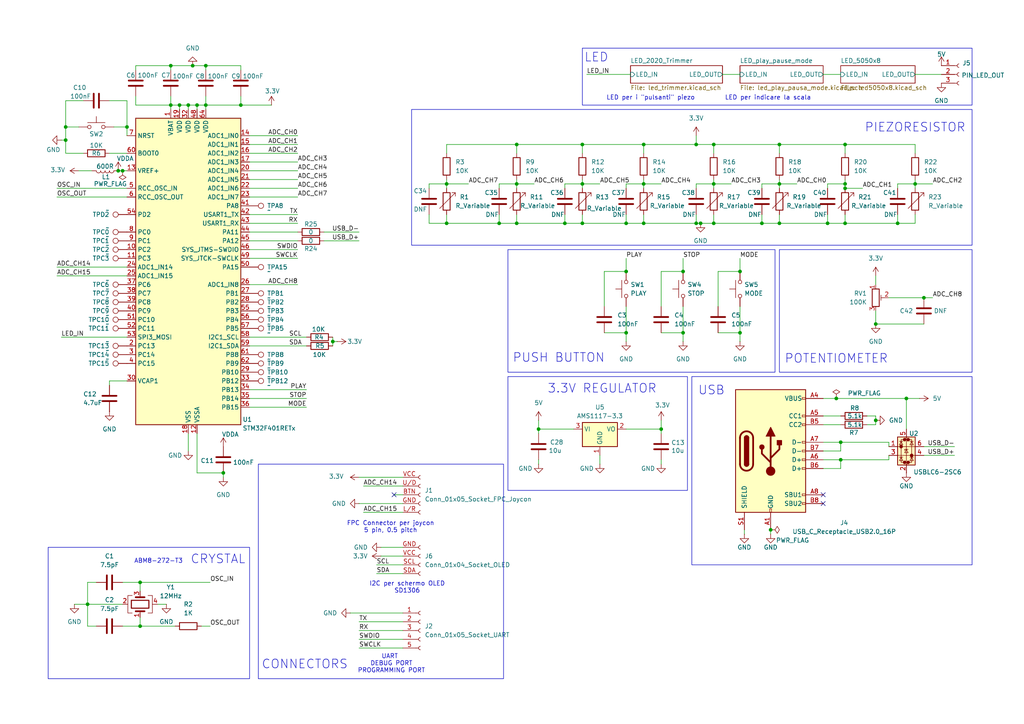
<source format=kicad_sch>
(kicad_sch (version 20250114) (generator "eeschema") (generator_version "9.0")
  (paper "A4")
  (title_block (title "GigaSound-MIDI") (date "2025-05-07") (company "Poliba"))
  (rectangle (start 13.97 158.75) (end 72.39 196.85))
  (rectangle (start 226.06 72.39) (end 281.94 107.95))
  (rectangle (start 168.91 13.97) (end 281.94 30.48))
  (rectangle (start 200.66 109.22) (end 281.94 163.83))
  (rectangle (start 147.32 72.39) (end 224.79 107.95))
  (rectangle (start 147.32 109.22) (end 199.39 142.24))
  (rectangle (start 74.93 134.62) (end 146.05 196.85))
  (rectangle (start 119.38 31.75) (end 281.94 71.12))
  (text "LED per i \"pulsanti\" piezo" (at 188.722 28.448 0) (effects (font (size 1.27 1.27))))
  (text "USB" (at 202.438 114.808 0) (effects (font (size 2.54 2.54)) (justify left bottom)))
  (text "FPC Connector per joycon\n5 pin, 0.5 pitch" (at 113.284 152.908 0) (effects (font (size 1.27 1.27))))
  (text "POTENTIOMETER" (at 242.57 104.14 0) (effects (font (size 2.54 2.54))))
  (text "CONNECTORS" (at 88.392 192.786 0) (effects (font (size 2.54 2.54))))
  (text "3.3V REGULATOR" (at 158.75 114.3 0) (effects (font (size 2.54 2.54)) (justify left bottom)))
  (text "I2C per schermo OLED\nSD1306" (at 118.11 170.434 0) (effects (font (size 1.27 1.27))))
  (text "LED per indicare la scala" (at 222.758 28.448 0) (effects (font (size 1.27 1.27))))
  (text "PIEZORESISTOR" (at 265.43 37.084 0) (effects (font (size 2.54 2.54))))
  (text "LED" (at 172.974 16.764 0) (effects (font (size 2.54 2.54))))
  (text "UART \nDEBUG PORT\nPROGRAMMING PORT\n" (at 113.538 192.532 0) (effects (font (size 1.27 1.27))))
  (text "ABM8-272-T3" (at 45.974 162.814 0) (effects (font (size 1.27 1.27))))
  (text "PUSH BUTTON" (at 162.052 103.886 0) (effects (font (size 2.54 2.54))))
  (text "CRYSTAL" (at 63.246 162.306 0) (effects (font (size 2.54 2.54))))
  (junction (at 245.11 54.61))
  (junction (at 36.83 36.83))
  (junction (at 69.85 30.48))
  (junction (at 198.12 78.74))
  (junction (at 207.01 53.34))
  (junction (at 49.53 30.48))
  (junction (at 64.77 137.16))
  (junction (at 19.05 40.64))
  (junction (at 191.77 124.46))
  (junction (at 267.97 86.36))
  (junction (at 240.03 64.77))
  (junction (at 223.52 153.67))
  (junction (at 168.91 41.91))
  (junction (at 207.01 41.91))
  (junction (at 156.21 124.46))
  (junction (at 226.06 41.91))
  (junction (at 207.01 64.77))
  (junction (at 168.91 53.34))
  (junction (at 149.86 53.34))
  (junction (at 186.69 64.77))
  (junction (at 201.93 64.77))
  (junction (at 186.69 53.34))
  (junction (at 52.07 30.48))
  (junction (at 25.4 175.26))
  (junction (at 40.64 181.61))
  (junction (at 96.52 99.06))
  (junction (at 245.11 41.91))
  (junction (at 163.83 64.77))
  (junction (at 186.69 41.91))
  (junction (at 242.57 115.57))
  (junction (at 245.11 64.77))
  (junction (at 34.29 49.53))
  (junction (at 19.05 36.83))
  (junction (at 181.61 78.74))
  (junction (at 129.54 64.77))
  (junction (at 59.69 30.48))
  (junction (at 40.64 168.91))
  (junction (at 168.91 64.77))
  (junction (at 245.11 53.34))
  (junction (at 203.2 64.77))
  (junction (at 181.61 96.52))
  (junction (at 149.86 41.91))
  (junction (at 243.84 133.35))
  (junction (at 254 121.92))
  (junction (at 198.12 96.52))
  (junction (at 59.69 19.05))
  (junction (at 226.06 64.77))
  (junction (at 226.06 53.34))
  (junction (at 265.43 53.34))
  (junction (at 201.93 41.91))
  (junction (at 129.54 53.34))
  (junction (at 260.35 64.77))
  (junction (at 262.89 115.57))
  (junction (at 220.98 64.77))
  (junction (at 149.86 64.77))
  (junction (at 54.61 30.48))
  (junction (at 214.63 78.74))
  (junction (at 214.63 96.52))
  (junction (at 49.53 19.05))
  (junction (at 243.84 128.27))
  (junction (at 35.56 49.53))
  (junction (at 181.61 64.77))
  (junction (at 57.15 30.48))
  (junction (at 254 93.98))
  (junction (at 144.78 64.77))
  (junction (at 55.88 19.05))
  (no_connect (at 238.76 143.51))
  (no_connect (at 114.3 143.51))
  (no_connect (at 238.76 146.05))
  (wire (pts (xy 156.21 133.35) (xy 156.21 134.62)))
  (wire (pts (xy 52.07 30.48) (xy 52.07 31.75)))
  (wire (pts (xy 72.39 69.85) (xy 86.36 69.85)))
  (wire (pts (xy 260.35 62.23) (xy 260.35 64.77)))
  (wire (pts (xy 39.37 30.48) (xy 49.53 30.48)))
  (wire (pts (xy 72.39 113.03) (xy 88.9 113.03)))
  (wire (pts (xy 59.69 20.32) (xy 59.69 19.05)))
  (wire (pts (xy 163.83 62.23) (xy 163.83 64.77)))
  (wire (pts (xy 245.11 53.34) (xy 245.11 54.61)))
  (wire (pts (xy 17.78 97.79) (xy 36.83 97.79)))
  (wire (pts (xy 72.39 74.93) (xy 86.36 74.93)))
  (wire (pts (xy 25.4 175.26) (xy 35.56 175.26)))
  (wire (pts (xy 243.84 133.35) (xy 257.81 133.35)))
  (wire (pts (xy 24.13 29.21) (xy 19.05 29.21)))
  (wire (pts (xy 238.76 21.59) (xy 243.84 21.59)))
  (wire (pts (xy 109.22 166.37) (xy 116.84 166.37)))
  (wire (pts (xy 49.53 30.48) (xy 49.53 31.75)))
  (wire (pts (xy 220.98 64.77) (xy 226.06 64.77)))
  (wire (pts (xy 40.64 168.91) (xy 40.64 171.45)))
  (wire (pts (xy 251.46 120.65) (xy 254 120.65)))
  (wire (pts (xy 168.91 41.91) (xy 168.91 44.45)))
  (wire (pts (xy 208.28 88.9) (xy 208.28 78.74)))
  (wire (pts (xy 168.91 41.91) (xy 149.86 41.91)))
  (wire (pts (xy 72.39 44.45) (xy 86.36 44.45)))
  (wire (pts (xy 69.85 30.48) (xy 78.74 30.48)))
  (wire (pts (xy 238.76 133.35) (xy 243.84 133.35)))
  (wire (pts (xy 39.37 19.05) (xy 49.53 19.05)))
  (wire (pts (xy 201.93 53.34) (xy 207.01 53.34)))
  (wire (pts (xy 19.05 36.83) (xy 22.86 36.83)))
  (wire (pts (xy 69.85 30.48) (xy 59.69 30.48)))
  (wire (pts (xy 144.78 53.34) (xy 144.78 54.61)))
  (wire (pts (xy 207.01 53.34) (xy 212.09 53.34)))
  (wire (pts (xy 129.54 53.34) (xy 129.54 54.61)))
  (wire (pts (xy 72.39 46.99) (xy 86.36 46.99)))
  (wire (pts (xy 59.69 31.75) (xy 59.69 30.48)))
  (wire (pts (xy 124.46 62.23) (xy 124.46 64.77)))
  (wire (pts (xy 49.53 30.48) (xy 52.07 30.48)))
  (wire (pts (xy 191.77 125.73) (xy 191.77 124.46)))
  (wire (pts (xy 254 123.19) (xy 254 121.92)))
  (wire (pts (xy 207.01 64.77) (xy 220.98 64.77)))
  (wire (pts (xy 124.46 54.61) (xy 124.46 53.34)))
  (wire (pts (xy 240.03 62.23) (xy 240.03 64.77)))
  (wire (pts (xy 49.53 19.05) (xy 55.88 19.05)))
  (wire (pts (xy 201.93 41.91) (xy 207.01 41.91)))
  (wire (pts (xy 173.99 134.62) (xy 173.99 132.08)))
  (wire (pts (xy 238.76 135.89) (xy 243.84 135.89)))
  (wire (pts (xy 163.83 53.34) (xy 168.91 53.34)))
  (wire (pts (xy 186.69 64.77) (xy 201.93 64.77)))
  (wire (pts (xy 144.78 64.77) (xy 149.86 64.77)))
  (wire (pts (xy 109.22 163.83) (xy 116.84 163.83)))
  (wire (pts (xy 220.98 53.34) (xy 220.98 54.61)))
  (wire (pts (xy 198.12 96.52) (xy 198.12 99.06)))
  (wire (pts (xy 168.91 64.77) (xy 181.61 64.77)))
  (wire (pts (xy 104.14 138.43) (xy 116.84 138.43)))
  (wire (pts (xy 110.49 161.29) (xy 116.84 161.29)))
  (wire (pts (xy 265.43 53.34) (xy 265.43 54.61)))
  (wire (pts (xy 149.86 62.23) (xy 149.86 64.77)))
  (wire (pts (xy 96.52 99.06) (xy 97.79 99.06)))
  (wire (pts (xy 226.06 53.34) (xy 231.14 53.34)))
  (wire (pts (xy 168.91 41.91) (xy 186.69 41.91)))
  (wire (pts (xy 276.86 129.54) (xy 267.97 129.54)))
  (wire (pts (xy 181.61 53.34) (xy 181.61 54.61)))
  (wire (pts (xy 181.61 96.52) (xy 181.61 99.06)))
  (wire (pts (xy 19.05 40.64) (xy 19.05 44.45)))
  (wire (pts (xy 257.81 128.27) (xy 257.81 129.54)))
  (wire (pts (xy 27.94 168.91) (xy 25.4 168.91)))
  (wire (pts (xy 214.63 74.93) (xy 214.63 78.74)))
  (wire (pts (xy 129.54 62.23) (xy 129.54 64.77)))
  (wire (pts (xy 262.89 115.57) (xy 266.7 115.57)))
  (wire (pts (xy 214.63 96.52) (xy 214.63 99.06)))
  (wire (pts (xy 181.61 88.9) (xy 181.61 96.52)))
  (wire (pts (xy 257.81 86.36) (xy 267.97 86.36)))
  (wire (pts (xy 72.39 64.77) (xy 86.36 64.77)))
  (wire (pts (xy 175.26 96.52) (xy 181.61 96.52)))
  (wire (pts (xy 72.39 62.23) (xy 86.36 62.23)))
  (wire (pts (xy 40.64 181.61) (xy 35.56 181.61)))
  (wire (pts (xy 163.83 64.77) (xy 168.91 64.77)))
  (wire (pts (xy 57.15 30.48) (xy 57.15 31.75)))
  (wire (pts (xy 34.29 49.53) (xy 35.56 49.53)))
  (wire (pts (xy 36.83 36.83) (xy 36.83 39.37)))
  (wire (pts (xy 59.69 27.94) (xy 59.69 30.48)))
  (wire (pts (xy 114.3 143.51) (xy 116.84 143.51)))
  (wire (pts (xy 39.37 20.32) (xy 39.37 19.05)))
  (wire (pts (xy 191.77 78.74) (xy 198.12 78.74)))
  (wire (pts (xy 254 80.01) (xy 254 82.55)))
  (wire (pts (xy 16.51 54.61) (xy 36.83 54.61)))
  (wire (pts (xy 181.61 124.46) (xy 191.77 124.46)))
  (wire (pts (xy 129.54 41.91) (xy 129.54 44.45)))
  (wire (pts (xy 35.56 49.53) (xy 36.83 49.53)))
  (wire (pts (xy 96.52 97.79) (xy 96.52 99.06)))
  (wire (pts (xy 201.93 64.77) (xy 203.2 64.77)))
  (wire (pts (xy 72.39 67.31) (xy 86.36 67.31)))
  (wire (pts (xy 36.83 29.21) (xy 36.83 36.83)))
  (wire (pts (xy 35.56 168.91) (xy 40.64 168.91)))
  (wire (pts (xy 64.77 137.16) (xy 64.77 138.43)))
  (wire (pts (xy 245.11 41.91) (xy 265.43 41.91)))
  (wire (pts (xy 220.98 62.23) (xy 220.98 64.77)))
  (wire (pts (xy 24.13 44.45) (xy 19.05 44.45)))
  (wire (pts (xy 260.35 64.77) (xy 265.43 64.77)))
  (wire (pts (xy 54.61 125.73) (xy 54.61 130.81)))
  (wire (pts (xy 191.77 124.46) (xy 191.77 121.92)))
  (wire (pts (xy 181.61 62.23) (xy 181.61 64.77)))
  (wire (pts (xy 72.39 49.53) (xy 86.36 49.53)))
  (wire (pts (xy 72.39 72.39) (xy 86.36 72.39)))
  (wire (pts (xy 226.06 53.34) (xy 226.06 54.61)))
  (wire (pts (xy 149.86 41.91) (xy 149.86 44.45)))
  (wire (pts (xy 168.91 53.34) (xy 173.99 53.34)))
  (wire (pts (xy 31.75 29.21) (xy 36.83 29.21)))
  (wire (pts (xy 245.11 52.07) (xy 245.11 53.34)))
  (wire (pts (xy 129.54 52.07) (xy 129.54 53.34)))
  (wire (pts (xy 31.75 110.49) (xy 36.83 110.49)))
  (wire (pts (xy 257.81 133.35) (xy 257.81 132.08)))
  (wire (pts (xy 238.76 130.81) (xy 243.84 130.81)))
  (wire (pts (xy 69.85 27.94) (xy 69.85 30.48)))
  (wire (pts (xy 57.15 125.73) (xy 57.15 137.16)))
  (wire (pts (xy 19.05 29.21) (xy 19.05 36.83)))
  (wire (pts (xy 245.11 54.61) (xy 250.19 54.61)))
  (wire (pts (xy 124.46 53.34) (xy 129.54 53.34)))
  (wire (pts (xy 168.91 53.34) (xy 168.91 54.61)))
  (wire (pts (xy 16.51 57.15) (xy 36.83 57.15)))
  (wire (pts (xy 191.77 88.9) (xy 191.77 78.74)))
  (wire (pts (xy 181.61 53.34) (xy 186.69 53.34)))
  (wire (pts (xy 21.59 175.26) (xy 25.4 175.26)))
  (wire (pts (xy 240.03 53.34) (xy 240.03 54.61)))
  (wire (pts (xy 72.39 82.55) (xy 86.36 82.55)))
  (wire (pts (xy 72.39 52.07) (xy 86.36 52.07)))
  (wire (pts (xy 49.53 20.32) (xy 49.53 19.05)))
  (wire (pts (xy 52.07 30.48) (xy 54.61 30.48)))
  (wire (pts (xy 223.52 154.94) (xy 223.52 153.67)))
  (wire (pts (xy 149.86 53.34) (xy 154.94 53.34)))
  (wire (pts (xy 201.93 62.23) (xy 201.93 64.77)))
  (wire (pts (xy 243.84 128.27) (xy 243.84 130.81)))
  (wire (pts (xy 267.97 86.36) (xy 270.51 86.36)))
  (wire (pts (xy 181.61 64.77) (xy 186.69 64.77)))
  (wire (pts (xy 93.98 69.85) (xy 104.14 69.85)))
  (wire (pts (xy 149.86 64.77) (xy 163.83 64.77)))
  (wire (pts (xy 72.39 41.91) (xy 86.36 41.91)))
  (wire (pts (xy 55.88 19.05) (xy 59.69 19.05)))
  (wire (pts (xy 54.61 30.48) (xy 57.15 30.48)))
  (wire (pts (xy 40.64 181.61) (xy 50.8 181.61)))
  (wire (pts (xy 181.61 74.93) (xy 181.61 78.74)))
  (wire (pts (xy 110.49 158.75) (xy 116.84 158.75)))
  (wire (pts (xy 226.06 41.91) (xy 226.06 44.45)))
  (wire (pts (xy 144.78 62.23) (xy 144.78 64.77)))
  (wire (pts (xy 260.35 53.34) (xy 265.43 53.34)))
  (wire (pts (xy 104.14 182.88) (xy 116.84 182.88)))
  (wire (pts (xy 72.39 115.57) (xy 88.9 115.57)))
  (wire (pts (xy 186.69 53.34) (xy 191.77 53.34)))
  (wire (pts (xy 262.89 115.57) (xy 262.89 124.46)))
  (wire (pts (xy 149.86 41.91) (xy 129.54 41.91)))
  (wire (pts (xy 25.4 181.61) (xy 27.94 181.61)))
  (wire (pts (xy 186.69 52.07) (xy 186.69 53.34)))
  (wire (pts (xy 265.43 62.23) (xy 265.43 64.77)))
  (wire (pts (xy 166.37 124.46) (xy 156.21 124.46)))
  (wire (pts (xy 22.86 49.53) (xy 26.67 49.53)))
  (wire (pts (xy 59.69 30.48) (xy 57.15 30.48)))
  (wire (pts (xy 243.84 128.27) (xy 257.81 128.27)))
  (wire (pts (xy 214.63 88.9) (xy 214.63 96.52)))
  (wire (pts (xy 215.9 154.94) (xy 215.9 153.67)))
  (wire (pts (xy 220.98 53.34) (xy 226.06 53.34)))
  (wire (pts (xy 254 120.65) (xy 254 121.92)))
  (wire (pts (xy 226.06 52.07) (xy 226.06 53.34)))
  (wire (pts (xy 163.83 53.34) (xy 163.83 54.61)))
  (wire (pts (xy 54.61 30.48) (xy 54.61 31.75)))
  (wire (pts (xy 240.03 53.34) (xy 245.11 53.34)))
  (wire (pts (xy 238.76 128.27) (xy 243.84 128.27)))
  (wire (pts (xy 208.28 96.52) (xy 214.63 96.52)))
  (wire (pts (xy 144.78 53.34) (xy 149.86 53.34)))
  (wire (pts (xy 104.14 187.96) (xy 116.84 187.96)))
  (wire (pts (xy 254 93.98) (xy 267.97 93.98)))
  (wire (pts (xy 69.85 20.32) (xy 69.85 19.05)))
  (wire (pts (xy 105.41 140.97) (xy 116.84 140.97)))
  (wire (pts (xy 260.35 53.34) (xy 260.35 54.61)))
  (wire (pts (xy 238.76 123.19) (xy 243.84 123.19)))
  (wire (pts (xy 276.86 132.08) (xy 267.97 132.08)))
  (wire (pts (xy 186.69 62.23) (xy 186.69 64.77)))
  (wire (pts (xy 207.01 41.91) (xy 207.01 44.45)))
  (wire (pts (xy 238.76 120.65) (xy 243.84 120.65)))
  (wire (pts (xy 207.01 62.23) (xy 207.01 64.77)))
  (wire (pts (xy 57.15 137.16) (xy 64.77 137.16)))
  (wire (pts (xy 104.14 146.05) (xy 116.84 146.05)))
  (wire (pts (xy 31.75 44.45) (xy 36.83 44.45)))
  (wire (pts (xy 203.2 64.77) (xy 207.01 64.77)))
  (wire (pts (xy 243.84 133.35) (xy 243.84 135.89)))
  (wire (pts (xy 19.05 36.83) (xy 19.05 40.64)))
  (wire (pts (xy 198.12 88.9) (xy 198.12 96.52)))
  (wire (pts (xy 72.39 97.79) (xy 88.9 97.79)))
  (wire (pts (xy 49.53 27.94) (xy 49.53 30.48)))
  (wire (pts (xy 31.75 111.76) (xy 31.75 110.49)))
  (wire (pts (xy 191.77 96.52) (xy 198.12 96.52)))
  (wire (pts (xy 168.91 62.23) (xy 168.91 64.77)))
  (wire (pts (xy 175.26 78.74) (xy 181.61 78.74)))
  (wire (pts (xy 170.18 21.59) (xy 182.88 21.59)))
  (wire (pts (xy 265.43 52.07) (xy 265.43 53.34)))
  (wire (pts (xy 245.11 41.91) (xy 245.11 44.45)))
  (wire (pts (xy 240.03 64.77) (xy 245.11 64.77)))
  (wire (pts (xy 45.72 175.26) (xy 48.26 175.26)))
  (wire (pts (xy 226.06 41.91) (xy 245.11 41.91)))
  (wire (pts (xy 207.01 52.07) (xy 207.01 53.34)))
  (wire (pts (xy 93.98 67.31) (xy 104.14 67.31)))
  (wire (pts (xy 208.28 78.74) (xy 214.63 78.74)))
  (wire (pts (xy 207.01 41.91) (xy 226.06 41.91)))
  (wire (pts (xy 186.69 53.34) (xy 186.69 54.61)))
  (wire (pts (xy 265.43 21.59) (xy 273.05 21.59)))
  (wire (pts (xy 72.39 39.37) (xy 86.36 39.37)))
  (wire (pts (xy 72.39 54.61) (xy 86.36 54.61)))
  (wire (pts (xy 226.06 64.77) (xy 240.03 64.77)))
  (wire (pts (xy 16.51 80.01) (xy 36.83 80.01)))
  (wire (pts (xy 104.14 185.42) (xy 116.84 185.42)))
  (wire (pts (xy 209.55 21.59) (xy 214.63 21.59)))
  (wire (pts (xy 207.01 53.34) (xy 207.01 54.61)))
  (wire (pts (xy 242.57 115.57) (xy 262.89 115.57)))
  (wire (pts (xy 104.14 180.34) (xy 116.84 180.34)))
  (wire (pts (xy 124.46 64.77) (xy 129.54 64.77)))
  (wire (pts (xy 198.12 74.93) (xy 198.12 78.74)))
  (wire (pts (xy 168.91 52.07) (xy 168.91 53.34)))
  (wire (pts (xy 186.69 41.91) (xy 186.69 44.45)))
  (wire (pts (xy 191.77 133.35) (xy 191.77 134.62)))
  (wire (pts (xy 19.05 40.64) (xy 17.78 40.64)))
  (wire (pts (xy 226.06 62.23) (xy 226.06 64.77)))
  (wire (pts (xy 25.4 175.26) (xy 25.4 181.61)))
  (wire (pts (xy 58.42 181.61) (xy 60.96 181.61)))
  (wire (pts (xy 16.51 77.47) (xy 36.83 77.47)))
  (wire (pts (xy 265.43 41.91) (xy 265.43 44.45)))
  (wire (pts (xy 25.4 168.91) (xy 25.4 175.26)))
  (wire (pts (xy 129.54 53.34) (xy 135.89 53.34)))
  (wire (pts (xy 36.83 36.83) (xy 33.02 36.83)))
  (wire (pts (xy 201.93 53.34) (xy 201.93 54.61)))
  (wire (pts (xy 201.93 39.37) (xy 201.93 41.91)))
  (wire (pts (xy 72.39 100.33) (xy 88.9 100.33)))
  (wire (pts (xy 40.64 168.91) (xy 60.96 168.91)))
  (wire (pts (xy 96.52 99.06) (xy 96.52 100.33)))
  (wire (pts (xy 101.6 177.8) (xy 116.84 177.8)))
  (wire (pts (xy 238.76 115.57) (xy 242.57 115.57)))
  (wire (pts (xy 186.69 41.91) (xy 201.93 41.91)))
  (wire (pts (xy 72.39 57.15) (xy 86.36 57.15)))
  (wire (pts (xy 245.11 62.23) (xy 245.11 64.77)))
  (wire (pts (xy 175.26 88.9) (xy 175.26 78.74)))
  (wire (pts (xy 251.46 123.19) (xy 254 123.19)))
  (wire (pts (xy 265.43 53.34) (xy 270.51 53.34)))
  (wire (pts (xy 40.64 179.07) (xy 40.64 181.61)))
  (wire (pts (xy 245.11 64.77) (xy 260.35 64.77)))
  (wire (pts (xy 129.54 64.77) (xy 144.78 64.77)))
  (wire (pts (xy 149.86 53.34) (xy 149.86 54.61)))
  (wire (pts (xy 156.21 121.92) (xy 156.21 124.46)))
  (wire (pts (xy 39.37 27.94) (xy 39.37 30.48)))
  (wire (pts (xy 254 90.17) (xy 254 93.98)))
  (wire (pts (xy 69.85 19.05) (xy 59.69 19.05)))
  (wire (pts (xy 156.21 125.73) (xy 156.21 124.46)))
  (wire (pts (xy 72.39 118.11) (xy 88.9 118.11)))
  (wire (pts (xy 105.41 148.59) (xy 116.84 148.59)))
  (wire (pts (xy 149.86 52.07) (xy 149.86 53.34)))
  (label "SCL" (at 83.82 97.79 0))
  (label "ADC_CH14" (at 105.41 140.97 0))
  (label "ADC_CH7" (at 135.89 53.34 0))
  (label "ADC_CH6" (at 86.36 54.61 0))
  (label "ADC_CH2" (at 86.36 44.45 180))
  (label "ADC_CH14" (at 16.51 77.47 0))
  (label "ADC_CH5" (at 86.36 52.07 0))
  (label "SDA" (at 109.22 166.37 0))
  (label "TX" (at 86.36 62.23 180))
  (label "SWCLK" (at 104.14 187.96 0))
  (label "ADC_CH15" (at 105.41 148.59 0))
  (label "PLAY" (at 181.61 74.93 0))
  (label "RX" (at 86.36 64.77 180))
  (label "ADC_CH6" (at 154.94 53.34 0))
  (label "ADC_CH2" (at 270.51 53.34 0))
  (label "ADC_CH7" (at 86.36 57.15 0))
  (label "STOP" (at 198.12 74.93 0))
  (label "ADC_CH1" (at 86.36 41.91 180))
  (label "OSC_IN" (at 60.96 168.91 0))
  (label "USB_D+" (at 276.86 132.08 180))
  (label "ADC_CH3" (at 212.09 53.34 0))
  (label "ADC_CH5" (at 173.99 53.34 0))
  (label "ADC_CH8" (at 270.51 86.36 0))
  (label "ADC_CH3" (at 86.36 46.99 0))
  (label "LED_IN" (at 17.78 97.79 0))
  (label "TX" (at 104.14 180.34 0))
  (label "USB_D+" (at 104.14 69.85 180))
  (label "SWDIO" (at 104.14 185.42 0))
  (label "ADC_CH0" (at 86.36 39.37 180))
  (label "ADC_CH4" (at 86.36 49.53 0))
  (label "SWDIO" (at 86.36 72.39 180))
  (label "RX" (at 104.14 182.88 0))
  (label "OSC_OUT" (at 16.51 57.15 0))
  (label "STOP" (at 88.9 115.57 180))
  (label "ADC_CH1" (at 250.19 54.61 0))
  (label "OSC_OUT" (at 60.96 181.61 0))
  (label "SCL" (at 109.22 163.83 0))
  (label "OSC_IN" (at 16.51 54.61 0))
  (label "MODE" (at 214.63 74.93 0))
  (label "ADC_CH4" (at 191.77 53.34 0))
  (label "SWCLK" (at 86.36 74.93 180))
  (label "USB_D-" (at 276.86 129.54 180))
  (label "LED_IN" (at 170.18 21.59 0))
  (label "MODE" (at 88.9 118.11 180))
  (label "PLAY" (at 88.9 113.03 180))
  (label "ADC_CH0" (at 231.14 53.34 0))
  (label "USB_D-" (at 104.14 67.31 180))
  (label "ADC_CH8" (at 86.36 82.55 180))
  (label "ADC_CH15" (at 16.51 80.01 0))
  (label "SDA" (at 83.82 100.33 0))
  (symbol (lib_id "gigasound:Conn_01x05_Socket_FPC_Joycon") (at 121.92 143.51 0) (unit 1)
    (property "Reference" "J1" (at 123.19 142.2399 0) (effects (justify left)))
    (property "Value" "Conn_01x05_Socket_FPC_Joycon" (at 123.19 144.7799 0) (effects (justify left)))
    (property "Footprint" "gigalibrary:Joycon-FPC-1x05-P0.5mm" (effects (hide yes)))
    (property "Description" "Generic connector, single row, 01x05, script generated" (effects (hide yes)))
  )
  (symbol (lib_id "power:VCC") (at 201.93 39.37 0) (unit 1)
    (property "Reference" "#PWR07" (effects (hide yes)))
    (property "Value" "3.3V" (at 201.93 34.29 0))
    (property "Description" "Power symbol creates a global label with name \"VCC\"" (effects (hide yes)))
  )
  (symbol (lib_id "Connector:TestPoint") (at 72.39 59.69 270) (unit 1)
    (property "Reference" "TPA8" (at 77.47 59.69 90) (effects (justify left)))
    (property "Value" "~" (at 77.47 60.96 90) (effects (justify left)))
    (property "Footprint" "TestPoint:TestPoint_Pad_D1.0mm" (effects (hide yes)))
    (property "Description" "test point" (effects (hide yes)))
  )
  (symbol (lib_id "Connector:TestPoint") (at 72.39 110.49 270) (unit 1)
    (property "Reference" "TPB12" (at 77.47 110.49 90) (effects (justify left)))
    (property "Value" "~" (at 77.47 111.76 90) (effects (justify left)))
    (property "Footprint" "TestPoint:TestPoint_Pad_D1.0mm" (effects (hide yes)))
    (property "Description" "test point" (effects (hide yes)))
  )
  (symbol (lib_id "Connector:TestPoint") (at 72.39 77.47 270) (unit 1)
    (property "Reference" "TPA15" (at 77.47 77.47 90) (effects (justify left)))
    (property "Value" "~" (at 77.47 78.74 90) (effects (justify left)))
    (property "Footprint" "TestPoint:TestPoint_Pad_D1.0mm" (effects (hide yes)))
    (property "Description" "test point" (effects (hide yes)))
  )
  (symbol (lib_id "power:GND") (at 173.99 134.62 0) (unit 1)
    (property "Reference" "#PWR024" (effects (hide yes)))
    (property "Value" "GND" (at 170.18 135.89 0))
    (property "Description" "Power symbol creates a global label with name \"GND\" , ground" (effects (hide yes)))
  )
  (symbol (lib_id "Device:C") (at 69.85 24.13 0) (unit 1)
    (property "Reference" "C9" (at 67.056 22.098 0) (effects (justify left)))
    (property "Value" "100nF" (at 70.358 22.098 0) (effects (justify left)))
    (property "Footprint" "Capacitor_SMD:C_0402_1005Metric_Pad0.74x0.62mm_HandSolder" (effects (hide yes)))
    (property "Description" "Unpolarized capacitor" (effects (hide yes)))
  )
  (symbol (lib_id "Device:R_Variable") (at 245.11 58.42 0) (unit 1)
    (property "Reference" "R21" (at 248.92 57.1499 0) (effects (justify left)))
    (property "Value" "R_Variable" (at 246.888 59.69 0) (effects (justify left)))
    (property "Footprint" "gigalibrary:FSR402" (effects (hide yes)))
    (property "Description" "Variable resistor" (effects (hide yes)))
  )
  (symbol (lib_id "Power_Protection:USBLC6-2SC6") (at 262.89 129.54 0) (unit 1)
    (property "Reference" "U2" (at 263.652 125.73 0) (effects (justify left)))
    (property "Value" "USBLC6-2SC6" (at 264.922 136.906 0) (effects (justify left)))
    (property "Footprint" "Package_TO_SOT_SMD:SOT-23-6" (effects (hide yes)))
    (property "Datasheet" "https://www.st.com/resource/en/datasheet/usblc6-2.pdf" (effects (hide yes)))
    (property "Description" "Very low capacitance ESD protection diode, 2 data-line, SOT-23-6" (effects (hide yes)))
  )
  (symbol (lib_id "power:GND") (at 215.9 154.94 0) (unit 1)
    (property "Reference" "#PWR019" (effects (hide yes)))
    (property "Value" "GND" (at 215.9 158.75 0))
    (property "Description" "Power symbol creates a global label with name \"GND\" , ground" (effects (hide yes)))
  )
  (symbol (lib_id "Connector:TestPoint") (at 36.83 90.17 90) (unit 1)
    (property "Reference" "TPC9" (at 31.75 90.17 90) (effects (justify left)))
    (property "Value" "~" (at 31.75 88.9 90) (effects (justify left)))
    (property "Footprint" "TestPoint:TestPoint_Pad_D1.0mm" (effects (hide yes)))
    (property "Description" "test point" (effects (hide yes)))
  )
  (symbol (lib_id "power:VCC") (at 110.49 161.29 90) (unit 1)
    (property "Reference" "#PWR028" (effects (hide yes)))
    (property "Value" "3.3V" (at 106.68 161.2899 90) (effects (justify left)))
    (property "Description" "Power symbol creates a global label with name \"VCC\"" (effects (hide yes)))
  )
  (symbol (lib_id "gigasound:Conn_01x04_Socket_OLED") (at 121.92 161.29 0) (unit 1)
    (property "Reference" "J6" (at 123.19 161.2899 0) (effects (justify left)))
    (property "Value" "Conn_01x04_Socket_OLED" (at 123.19 163.8299 0) (effects (justify left)))
    (property "Footprint" "gigalibrary:PinSocket_1x04_P2.54mm_Vertical_OLED_0.96inch" (effects (hide yes)))
    (property "Description" "Generic connector, single row, 01x04, script generated" (effects (hide yes)))
  )
  (symbol (lib_id "Device:R") (at 247.65 123.19 90) (unit 1)
    (property "Reference" "R7" (at 247.65 125.476 90))
    (property "Value" "5.1k" (at 247.904 123.19 90))
    (property "Footprint" "Resistor_SMD:R_0402_1005Metric_Pad0.72x0.64mm_HandSolder" (effects (hide yes)))
  )
  (symbol (lib_id "power:PWR_FLAG") (at 242.57 115.57 0) (unit 1)
    (property "Reference" "#FLG02" (effects (hide yes)))
    (property "Value" "PWR_FLAG" (at 250.698 114.046 0))
    (property "Description" "Special symbol for telling ERC where power comes from" (effects (hide yes)))
  )
  (symbol (lib_id "Device:C") (at 49.53 24.13 0) (unit 1)
    (property "Reference" "C7" (at 46.736 21.844 0) (effects (justify left)))
    (property "Value" "100nF" (at 50.038 22.098 0) (effects (justify left)))
    (property "Footprint" "Capacitor_SMD:C_0402_1005Metric_Pad0.74x0.62mm_HandSolder" (effects (hide yes)))
    (property "Description" "Unpolarized capacitor" (effects (hide yes)))
  )
  (symbol (lib_id "Device:R") (at 92.71 100.33 270) (unit 1)
    (property "Reference" "R4" (at 91.186 97.79 90) (effects (justify left)))
    (property "Value" "10K" (at 90.424 95.504 90) (effects (justify left)))
    (property "Footprint" "Resistor_SMD:R_0402_1005Metric_Pad0.72x0.64mm_HandSolder" (effects (hide yes)))
    (property "Description" "Resistor" (effects (hide yes)))
  )
  (symbol (lib_id "Device:R_Variable") (at 207.01 58.42 0) (unit 1)
    (property "Reference" "R17" (at 210.82 57.1499 0) (effects (justify left)))
    (property "Value" "R_Variable" (at 208.534 59.69 0) (effects (justify left)))
    (property "Footprint" "gigalibrary:FSR402" (effects (hide yes)))
    (property "Description" "Variable resistor" (effects (hide yes)))
  )
  (symbol (lib_id "power:GND") (at 156.21 134.62 0) (unit 1)
    (property "Reference" "#PWR044" (effects (hide yes)))
    (property "Value" "GND" (at 152.4 135.89 0))
    (property "Description" "Power symbol creates a global label with name \"GND\" , ground" (effects (hide yes)))
  )
  (symbol (lib_id "Device:R") (at 27.94 44.45 90) (unit 1)
    (property "Reference" "R6" (at 27.94 44.45 90))
    (property "Value" "10K" (at 27.94 42.164 90))
    (property "Footprint" "Resistor_SMD:R_0402_1005Metric_Pad0.72x0.64mm_HandSolder" (effects (hide yes)))
    (property "Description" "Resistor" (effects (hide yes)))
  )
  (symbol (lib_id "power:GND") (at 21.59 175.26 0) (unit 1)
    (property "Reference" "#PWR01" (effects (hide yes)))
    (property "Value" "GND" (at 21.59 180.34 0))
    (property "Description" "Power symbol creates a global label with name \"GND\" , ground" (effects (hide yes)))
  )
  (symbol (lib_id "Device:C") (at 163.83 58.42 180) (unit 1)
    (property "Reference" "C36" (at 161.544 55.88 0))
    (property "Value" "DNF" (at 161.798 62.23 0))
    (property "Footprint" "Capacitor_SMD:C_0402_1005Metric_Pad0.74x0.62mm_HandSolder" (effects (hide yes)))
    (property "Description" "Unpolarized capacitor" (effects (hide yes)))
  )
  (symbol (lib_id "Device:C") (at 31.75 115.57 180) (unit 1)
    (property "Reference" "C12" (at 24.13 114.3 0) (effects (justify right)))
    (property "Value" "4.7uF" (at 24.13 116.84 0) (effects (justify right)))
    (property "Footprint" "Capacitor_SMD:C_0805_2012Metric_Pad1.18x1.45mm_HandSolder" (effects (hide yes)))
    (property "Description" "Unpolarized capacitor" (effects (hide yes)))
  )
  (symbol (lib_id "power:GND") (at 214.63 99.06 0) (unit 1)
    (property "Reference" "#PWR04" (effects (hide yes)))
    (property "Value" "GND" (at 214.63 104.14 0))
    (property "Description" "Power symbol creates a global label with name \"GND\" , ground" (effects (hide yes)))
  )
  (symbol (lib_id "power:VCC") (at 266.7 115.57 270) (unit 1)
    (property "Reference" "#PWR016" (effects (hide yes)))
    (property "Value" "5V" (at 270.51 115.5699 90) (effects (justify left)))
    (property "Description" "Power symbol creates a global label with name \"VCC\"" (effects (hide yes)))
  )
  (symbol (lib_id "Device:C") (at 260.35 58.42 180) (unit 1)
    (property "Reference" "C41" (at 258.064 55.88 0))
    (property "Value" "DNF" (at 258.318 62.23 0))
    (property "Footprint" "Capacitor_SMD:C_0402_1005Metric_Pad0.74x0.62mm_HandSolder" (effects (hide yes)))
    (property "Description" "Unpolarized capacitor" (effects (hide yes)))
  )
  (symbol (lib_id "power:PWR_FLAG") (at 35.56 49.53 180) (unit 1)
    (property "Reference" "#FLG01" (effects (hide yes)))
    (property "Value" "PWR_FLAG" (at 32.004 53.34 0))
    (property "Description" "Special symbol for telling ERC where power comes from" (effects (hide yes)))
  )
  (symbol (lib_id "Device:C") (at 201.93 58.42 180) (unit 1)
    (property "Reference" "C38" (at 199.644 55.88 0))
    (property "Value" "DNF" (at 199.898 62.23 0))
    (property "Footprint" "Capacitor_SMD:C_0402_1005Metric_Pad0.74x0.62mm_HandSolder" (effects (hide yes)))
    (property "Description" "Unpolarized capacitor" (effects (hide yes)))
  )
  (symbol (lib_id "Connector:TestPoint") (at 36.83 100.33 90) (unit 1)
    (property "Reference" "TPC13" (at 31.75 100.33 90) (effects (justify left)))
    (property "Value" "~" (at 31.75 99.06 90) (effects (justify left)))
    (property "Footprint" "TestPoint:TestPoint_Pad_D1.0mm" (effects (hide yes)))
    (property "Description" "test point" (effects (hide yes)))
  )
  (symbol (lib_id "Connector:Conn_01x03_Socket") (at 278.13 21.59 0) (unit 1)
    (property "Reference" "J5" (at 279.146 18.288 0) (effects (justify left)))
    (property "Value" "PIN_LED_OUT" (at 278.892 21.844 0) (effects (justify left)))
    (property "Footprint" "Connector_PinHeader_2.54mm:PinHeader_1x03_P2.54mm_Vertical" (effects (hide yes)))
    (property "Description" "Generic connector, single row, 01x03, script generated" (effects (hide yes)))
  )
  (symbol (lib_id "Connector:TestPoint") (at 72.39 95.25 270) (unit 1)
    (property "Reference" "TPB5" (at 77.47 95.25 90) (effects (justify left)))
    (property "Value" "~" (at 77.47 96.5199 90) (effects (justify left)))
    (property "Footprint" "TestPoint:TestPoint_Pad_D1.0mm" (effects (hide yes)))
    (property "Description" "test point" (effects (hide yes)))
  )
  (symbol (lib_id "power:GND") (at 254 121.92 90) (unit 1)
    (property "Reference" "#PWR021" (effects (hide yes)))
    (property "Value" "GND" (at 257.81 121.9199 90) (effects (justify right)))
    (property "Description" "Power symbol creates a global label with name \"GND\" , ground" (effects (hide yes)))
  )
  (symbol (lib_id "Connector:TestPoint") (at 36.83 62.23 90) (unit 1)
    (property "Reference" "TPD2" (at 31.75 62.23 90) (effects (justify left)))
    (property "Value" "~" (at 31.75 60.96 90) (effects (justify left)))
    (property "Footprint" "TestPoint:TestPoint_Pad_D1.0mm" (effects (hide yes)))
    (property "Description" "test point" (effects (hide yes)))
  )
  (symbol (lib_id "Switch:SW_Push") (at 181.61 83.82 90) (unit 1)
    (property "Reference" "SW1" (at 182.88 82.5499 90) (effects (justify right)))
    (property "Value" "PLAY" (at 182.88 85.0899 90) (effects (justify right)))
    (property "Footprint" "Button_Switch_SMD:SW_SPST_TL3342" (effects (hide yes)))
    (property "Description" "Push button switch, generic, two pins" (effects (hide yes)))
  )
  (symbol (lib_id "Device:R_Variable") (at 265.43 58.42 0) (unit 1)
    (property "Reference" "R23" (at 269.24 57.1499 0) (effects (justify left)))
    (property "Value" "R_Variable" (at 269.24 59.6899 0) (effects (justify left)))
    (property "Footprint" "gigalibrary:FSR402" (effects (hide yes)))
    (property "Description" "Variable resistor" (effects (hide yes)))
  )
  (symbol (lib_id "power:VDDA") (at 64.77 129.54 0) (unit 1)
    (property "Reference" "#PWR014" (effects (hide yes)))
    (property "Value" "VDDA" (at 66.802 125.984 0))
    (property "Description" "Power symbol creates a global label with name \"VDDA\"" (effects (hide yes)))
  )
  (symbol (lib_id "Device:C") (at 144.78 58.42 180) (unit 1)
    (property "Reference" "C35" (at 142.494 55.88 0))
    (property "Value" "DNF" (at 142.748 62.23 0))
    (property "Footprint" "Capacitor_SMD:C_0402_1005Metric_Pad0.74x0.62mm_HandSolder" (effects (hide yes)))
    (property "Description" "Unpolarized capacitor" (effects (hide yes)))
  )
  (symbol (lib_id "Connector:TestPoint") (at 72.39 92.71 270) (unit 1)
    (property "Reference" "TPB4" (at 77.47 92.71 90) (effects (justify left)))
    (property "Value" "~" (at 77.47 93.9799 90) (effects (justify left)))
    (property "Footprint" "TestPoint:TestPoint_Pad_D1.0mm" (effects (hide yes)))
    (property "Description" "test point" (effects (hide yes)))
  )
  (symbol (lib_id "gigasound:Conn_01x05_Socket_UART") (at 121.92 182.88 0) (unit 1)
    (property "Reference" "J2" (at 123.19 181.6099 0) (effects (justify left)))
    (property "Value" "Conn_01x05_Socket_UART" (at 123.19 184.1499 0) (effects (justify left)))
    (property "Footprint" "Connector_PinHeader_2.54mm:PinHeader_1x05_P2.54mm_Vertical" (effects (hide yes)))
    (property "Description" "Generic connector, single row, 01x05, script generated" (effects (hide yes)))
  )
  (symbol (lib_id "Device:C") (at 191.77 129.54 0) (unit 1)
    (property "Reference" "C13" (at 194.691 128.3716 0) (effects (justify left)))
    (property "Value" "10u" (at 194.691 130.683 0) (effects (justify left)))
    (property "Footprint" "Capacitor_SMD:C_0805_2012Metric_Pad1.18x1.45mm_HandSolder" (effects (hide yes)))
  )
  (symbol (lib_id "Device:R_Potentiometer_Trim") (at 254 86.36 0) (unit 1)
    (property "Reference" "RV1" (at 251.46 85.0899 0) (effects (justify right)))
    (property "Value" "100K" (at 251.46 87.6299 0) (effects (justify right)))
    (property "Footprint" "Potentiometer_THT:Potentiometer_Alps_RK09K_Single_Vertical" (effects (hide yes)))
    (property "Description" "Trim-potentiometer" (effects (hide yes)))
  )
  (symbol (lib_id "Device:R_Variable") (at 226.06 58.42 0) (unit 1)
    (property "Reference" "R19" (at 229.87 57.1499 0) (effects (justify left)))
    (property "Value" "R_Variable" (at 228.092 59.69 0) (effects (justify left)))
    (property "Footprint" "gigalibrary:FSR402" (effects (hide yes)))
    (property "Description" "Variable resistor" (effects (hide yes)))
  )
  (symbol (lib_id "Connector:TestPoint") (at 36.83 82.55 90) (unit 1)
    (property "Reference" "TPC6" (at 31.75 82.55 90) (effects (justify left)))
    (property "Value" "~" (at 31.75 81.28 90) (effects (justify left)))
    (property "Footprint" "TestPoint:TestPoint_Pad_D1.0mm" (effects (hide yes)))
    (property "Description" "test point" (effects (hide yes)))
  )
  (symbol (lib_id "Regulator_Linear:AMS1117-3.3") (at 173.99 124.46 0) (unit 1)
    (property "Reference" "U5" (at 173.99 118.11 0))
    (property "Value" "AMS1117-3.3" (at 173.99 120.65 0))
    (property "Footprint" "Package_TO_SOT_SMD:SOT-223-3_TabPin2" (effects (hide yes)))
    (property "Datasheet" "http://www.advanced-monolithic.com/pdf/ds1117.pdf" (effects (hide yes)))
    (property "Description" "1A Low Dropout regulator, positive, 3.3V fixed output, SOT-223" (effects (hide yes)))
  )
  (symbol (lib_id "Device:R") (at 245.11 48.26 0) (unit 1)
    (property "Reference" "R20" (at 247.65 46.9899 0) (effects (justify left)))
    (property "Value" "10K" (at 247.65 49.5299 0) (effects (justify left)))
    (property "Footprint" "Resistor_SMD:R_0402_1005Metric_Pad0.72x0.64mm_HandSolder" (effects (hide yes)))
    (property "Description" "Resistor" (effects (hide yes)))
  )
  (symbol (lib_id "Device:R_Variable") (at 168.91 58.42 0) (unit 1)
    (property "Reference" "R13" (at 172.72 57.1499 0) (effects (justify left)))
    (property "Value" "R_Variable" (at 170.18 60.452 0) (effects (justify left)))
    (property "Footprint" "gigalibrary:FSR402" (effects (hide yes)))
    (property "Description" "Variable resistor" (effects (hide yes)))
  )
  (symbol (lib_id "Connector:TestPoint") (at 72.39 107.95 270) (unit 1)
    (property "Reference" "TPB10" (at 77.47 107.95 90) (effects (justify left)))
    (property "Value" "~" (at 77.47 109.22 90) (effects (justify left)))
    (property "Footprint" "TestPoint:TestPoint_Pad_D1.0mm" (effects (hide yes)))
    (property "Description" "test point" (effects (hide yes)))
  )
  (symbol (lib_id "Device:C") (at 31.75 168.91 90) (unit 1)
    (property "Reference" "C1" (at 31.75 161.29 90))
    (property "Value" "7.5pF" (at 31.75 163.83 90))
    (property "Footprint" "Capacitor_SMD:C_0402_1005Metric_Pad0.74x0.62mm_HandSolder" (effects (hide yes)))
    (property "Description" "Unpolarized capacitor" (effects (hide yes)))
  )
  (symbol (lib_id "power:VCC") (at 78.74 30.48 0) (unit 1)
    (property "Reference" "#PWR08" (effects (hide yes)))
    (property "Value" "3.3V" (at 78.994 26.416 0))
    (property "Description" "Power symbol creates a global label with name \"VCC\"" (effects (hide yes)))
  )
  (symbol (lib_id "Device:C") (at 191.77 92.71 0) (unit 1)
    (property "Reference" "C4" (at 195.58 91.4399 0) (effects (justify left)))
    (property "Value" "100nF" (at 195.58 93.9799 0) (effects (justify left)))
    (property "Footprint" "Capacitor_SMD:C_0402_1005Metric_Pad0.74x0.62mm_HandSolder" (effects (hide yes)))
    (property "Description" "Unpolarized capacitor" (effects (hide yes)))
  )
  (symbol (lib_id "Connector:TestPoint") (at 36.83 69.85 90) (unit 1)
    (property "Reference" "TPC1" (at 31.75 69.85 90) (effects (justify left)))
    (property "Value" "~" (at 31.75 68.58 90) (effects (justify left)))
    (property "Footprint" "TestPoint:TestPoint_Pad_D1.0mm" (effects (hide yes)))
    (property "Description" "test point" (effects (hide yes)))
  )
  (symbol (lib_id "power:GND") (at 64.77 138.43 0) (unit 1)
    (property "Reference" "#PWR057" (effects (hide yes)))
    (property "Value" "GND" (at 64.77 143.51 0))
    (property "Description" "Power symbol creates a global label with name \"GND\" , ground" (effects (hide yes)))
  )
  (symbol (lib_id "Device:R_Variable") (at 149.86 58.42 0) (unit 1)
    (property "Reference" "R11" (at 153.67 57.1499 0) (effects (justify left)))
    (property "Value" "R_Variable" (at 150.876 59.69 0) (effects (justify left)))
    (property "Footprint" "gigalibrary:FSR402" (effects (hide yes)))
    (property "Description" "Variable resistor" (effects (hide yes)))
  )
  (symbol (lib_id "power:VDDA") (at 34.29 49.53 0) (unit 1)
    (property "Reference" "#PWR015" (effects (hide yes)))
    (property "Value" "VDDA" (at 36.322 45.974 0))
    (property "Description" "Power symbol creates a global label with name \"VDDA\"" (effects (hide yes)))
  )
  (symbol (lib_id "power:VCC") (at 254 80.01 0) (unit 1)
    (property "Reference" "#PWR054" (effects (hide yes)))
    (property "Value" "3.3V" (at 254 74.93 0))
    (property "Description" "Power symbol creates a global label with name \"VCC\"" (effects (hide yes)))
  )
  (symbol (lib_id "power:GND") (at 110.49 158.75 270) (unit 1)
    (property "Reference" "#PWR027" (effects (hide yes)))
    (property "Value" "GND" (at 104.648 158.75 90))
    (property "Description" "Power symbol creates a global label with name \"GND\" , ground" (effects (hide yes)))
  )
  (symbol (lib_id "Device:R") (at 186.69 48.26 0) (unit 1)
    (property "Reference" "R14" (at 189.23 46.9899 0) (effects (justify left)))
    (property "Value" "10K" (at 189.23 49.5299 0) (effects (justify left)))
    (property "Footprint" "Resistor_SMD:R_0402_1005Metric_Pad0.72x0.64mm_HandSolder" (effects (hide yes)))
    (property "Description" "Resistor" (effects (hide yes)))
  )
  (symbol (lib_id "Device:R") (at 168.91 48.26 0) (unit 1)
    (property "Reference" "R12" (at 171.45 46.9899 0) (effects (justify left)))
    (property "Value" "10K" (at 171.45 49.5299 0) (effects (justify left)))
    (property "Footprint" "Resistor_SMD:R_0402_1005Metric_Pad0.72x0.64mm_HandSolder" (effects (hide yes)))
    (property "Description" "Resistor" (effects (hide yes)))
  )
  (symbol (lib_id "Connector:TestPoint") (at 36.83 85.09 90) (unit 1)
    (property "Reference" "TPC7" (at 31.75 85.09 90) (effects (justify left)))
    (property "Value" "~" (at 31.75 83.82 90) (effects (justify left)))
    (property "Footprint" "TestPoint:TestPoint_Pad_D1.0mm" (effects (hide yes)))
    (property "Description" "test point" (effects (hide yes)))
  )
  (symbol (lib_id "Connector:TestPoint") (at 36.83 92.71 90) (unit 1)
    (property "Reference" "TPC10" (at 31.75 92.71 90) (effects (justify left)))
    (property "Value" "~" (at 31.75 91.44 90) (effects (justify left)))
    (property "Footprint" "TestPoint:TestPoint_Pad_D1.0mm" (effects (hide yes)))
    (property "Description" "test point" (effects (hide yes)))
  )
  (symbol (lib_id "power:GND") (at 254 93.98 0) (unit 1)
    (property "Reference" "#PWR055" (effects (hide yes)))
    (property "Value" "GND" (at 254 99.06 0))
    (property "Description" "Power symbol creates a global label with name \"GND\" , ground" (effects (hide yes)))
  )
  (symbol (lib_id "power:GND") (at 203.2 64.77 0) (unit 1)
    (property "Reference" "#PWR058" (effects (hide yes)))
    (property "Value" "GND" (at 203.2 69.85 0))
    (property "Description" "Power symbol creates a global label with name \"GND\" , ground" (effects (hide yes)))
  )
  (symbol (lib_id "Device:R") (at 92.71 97.79 270) (unit 1)
    (property "Reference" "R5" (at 91.44 100.33 90) (effects (justify left)))
    (property "Value" "10K" (at 90.678 102.87 90) (effects (justify left)))
    (property "Footprint" "Resistor_SMD:R_0402_1005Metric_Pad0.72x0.64mm_HandSolder" (effects (hide yes)))
    (property "Description" "Resistor" (effects (hide yes)))
  )
  (symbol (lib_id "Device:R") (at 54.61 181.61 90) (unit 1)
    (property "Reference" "R2" (at 54.61 175.26 90))
    (property "Value" "1K" (at 54.61 177.8 90))
    (property "Footprint" "Resistor_SMD:R_0402_1005Metric_Pad0.72x0.64mm_HandSolder" (effects (hide yes)))
    (property "Description" "Resistor" (effects (hide yes)))
  )
  (symbol (lib_id "Device:C") (at 64.77 133.35 0) (unit 1)
    (property "Reference" "C11" (at 58.166 133.604 0) (effects (justify left)))
    (property "Value" "100nF" (at 67.564 134.112 0) (effects (justify left)))
    (property "Footprint" "Capacitor_SMD:C_0402_1005Metric_Pad0.74x0.62mm_HandSolder" (effects (hide yes)))
    (property "Description" "Unpolarized capacitor" (effects (hide yes)))
  )
  (symbol (lib_id "Device:C") (at 267.97 90.17 180) (unit 1)
    (property "Reference" "C42" (at 262.89 90.17 0))
    (property "Value" "DNF" (at 272.796 90.17 0))
    (property "Footprint" "Capacitor_SMD:C_0402_1005Metric_Pad0.74x0.62mm_HandSolder" (effects (hide yes)))
    (property "Description" "Unpolarized capacitor" (effects (hide yes)))
  )
  (symbol (lib_id "Connector:USB_C_Receptacle_USB2.0_16P") (at 223.52 130.81 0) (unit 1)
    (property "Reference" "J4" (at 244.856 151.638 0))
    (property "Value" "USB_C_Receptacle_USB2.0_16P" (at 244.856 154.178 0))
    (property "Footprint" "Connector_USB:USB_C_Receptacle_G-Switch_GT-USB-7010ASV" (effects (hide yes)))
    (property "Datasheet" "https://www.usb.org/sites/default/files/documents/usb_type-c.zip" (effects (hide yes)))
    (property "Description" "USB 2.0-only 16P Type-C Receptacle connector" (effects (hide yes)))
  )
  (symbol (lib_id "Device:C") (at 181.61 58.42 180) (unit 1)
    (property "Reference" "C37" (at 179.324 55.88 0))
    (property "Value" "DNF" (at 179.578 62.23 0))
    (property "Footprint" "Capacitor_SMD:C_0402_1005Metric_Pad0.74x0.62mm_HandSolder" (effects (hide yes)))
    (property "Description" "Unpolarized capacitor" (effects (hide yes)))
  )
  (symbol (lib_id "power:GND") (at 48.26 175.26 0) (unit 1)
    (property "Reference" "#PWR059" (effects (hide yes)))
    (property "Value" "GND" (at 48.26 180.34 0))
    (property "Description" "Power symbol creates a global label with name \"GND\" , ground" (effects (hide yes)))
  )
  (symbol (lib_id "power:GND") (at 101.6 177.8 270) (unit 1)
    (property "Reference" "#PWR010" (effects (hide yes)))
    (property "Value" "GND" (at 95.758 177.8 90))
    (property "Description" "Power symbol creates a global label with name \"GND\" , ground" (effects (hide yes)))
  )
  (symbol (lib_id "Device:R") (at 149.86 48.26 0) (unit 1)
    (property "Reference" "R9" (at 152.4 46.9899 0) (effects (justify left)))
    (property "Value" "10K" (at 152.4 49.5299 0) (effects (justify left)))
    (property "Footprint" "Resistor_SMD:R_0402_1005Metric_Pad0.72x0.64mm_HandSolder" (effects (hide yes)))
    (property "Description" "Resistor" (effects (hide yes)))
  )
  (symbol (lib_id "Device:C") (at 39.37 24.13 0) (unit 1)
    (property "Reference" "C6" (at 36.576 21.844 0) (effects (justify left)))
    (property "Value" "100nF" (at 39.878 21.844 0) (effects (justify left)))
    (property "Footprint" "Capacitor_SMD:C_0402_1005Metric_Pad0.74x0.62mm_HandSolder" (effects (hide yes)))
    (property "Description" "Unpolarized capacitor" (effects (hide yes)))
  )
  (symbol (lib_id "Device:R") (at 90.17 69.85 90) (unit 1)
    (property "Reference" "R24" (at 90.17 72.136 90))
    (property "Value" "0" (at 90.17 69.85 90))
    (property "Footprint" "Resistor_SMD:R_0402_1005Metric_Pad0.72x0.64mm_HandSolder" (effects (hide yes)))
    (property "Description" "Resistor" (effects (hide yes)))
  )
  (symbol (lib_id "Connector:TestPoint") (at 36.83 95.25 90) (unit 1)
    (property "Reference" "TPC11" (at 31.75 95.25 90) (effects (justify left)))
    (property "Value" "~" (at 31.75 93.98 90) (effects (justify left)))
    (property "Footprint" "TestPoint:TestPoint_Pad_D1.0mm" (effects (hide yes)))
    (property "Description" "test point" (effects (hide yes)))
  )
  (symbol (lib_id "Device:Crystal_GND24") (at 40.64 175.26 90) (unit 1)
    (property "Reference" "Y1" (at 49.53 170.3068 90))
    (property "Value" "12MHz" (at 49.53 172.8468 90))
    (property "Footprint" "Crystal:Crystal_SMD_3225-4Pin_3.2x2.5mm" (effects (hide yes)))
    (property "Description" "Four pin crystal, GND on pins 2 and 4" (effects (hide yes)))
  )
  (symbol (lib_id "Connector:TestPoint") (at 36.83 67.31 90) (unit 1)
    (property "Reference" "TPC0" (at 31.75 67.31 90) (effects (justify left)))
    (property "Value" "~" (at 31.75 66.04 90) (effects (justify left)))
    (property "Footprint" "TestPoint:TestPoint_Pad_D1.0mm" (effects (hide yes)))
    (property "Description" "test point" (effects (hide yes)))
  )
  (symbol (lib_id "Device:R") (at 247.65 120.65 90) (unit 1)
    (property "Reference" "R8" (at 247.904 118.364 90))
    (property "Value" "5.1k" (at 247.904 120.65 90))
    (property "Footprint" "Resistor_SMD:R_0402_1005Metric_Pad0.72x0.64mm_HandSolder" (effects (hide yes)))
  )
  (symbol (lib_id "Connector:TestPoint") (at 72.39 90.17 270) (unit 1)
    (property "Reference" "TPB3" (at 77.47 90.17 90) (effects (justify left)))
    (property "Value" "~" (at 77.47 91.4399 90) (effects (justify left)))
    (property "Footprint" "TestPoint:TestPoint_Pad_D1.0mm" (effects (hide yes)))
    (property "Description" "test point" (effects (hide yes)))
  )
  (symbol (lib_id "power:VCC") (at 156.21 121.92 0) (unit 1)
    (property "Reference" "#PWR025" (effects (hide yes)))
    (property "Value" "5V" (at 156.21 116.84 0))
    (property "Description" "Power symbol creates a global label with name \"VCC\"" (effects (hide yes)))
  )
  (symbol (lib_id "power:VCC") (at 97.79 99.06 270) (unit 1)
    (property "Reference" "#PWR09" (effects (hide yes)))
    (property "Value" "3.3V" (at 102.87 99.06 90))
    (property "Description" "Power symbol creates a global label with name \"VCC\"" (effects (hide yes)))
  )
  (symbol (lib_id "power:GND") (at 54.61 130.81 0) (unit 1)
    (property "Reference" "#PWR017" (effects (hide yes)))
    (property "Value" "GND" (at 50.8 132.08 0))
    (property "Description" "Power symbol creates a global label with name \"GND\" , ground" (effects (hide yes)))
  )
  (symbol (lib_id "Connector:TestPoint") (at 36.83 74.93 90) (unit 1)
    (property "Reference" "TPC3" (at 31.75 74.93 90) (effects (justify left)))
    (property "Value" "~" (at 31.75 73.66 90) (effects (justify left)))
    (property "Footprint" "TestPoint:TestPoint_Pad_D1.0mm" (effects (hide yes)))
    (property "Description" "test point" (effects (hide yes)))
  )
  (symbol (lib_id "Device:R") (at 226.06 48.26 0) (unit 1)
    (property "Reference" "R18" (at 228.6 46.9899 0) (effects (justify left)))
    (property "Value" "10K" (at 228.6 49.5299 0) (effects (justify left)))
    (property "Footprint" "Resistor_SMD:R_0402_1005Metric_Pad0.72x0.64mm_HandSolder" (effects (hide yes)))
    (property "Description" "Resistor" (effects (hide yes)))
  )
  (symbol (lib_id "Switch:SW_Push") (at 198.12 83.82 90) (unit 1)
    (property "Reference" "SW4" (at 199.39 82.5499 90) (effects (justify right)))
    (property "Value" "STOP" (at 199.39 85.0899 90) (effects (justify right)))
    (property "Footprint" "Button_Switch_SMD:SW_SPST_TL3342" (effects (hide yes)))
    (property "Description" "Push button switch, generic, two pins" (effects (hide yes)))
  )
  (symbol (lib_id "power:GND") (at 55.88 19.05 180) (unit 1)
    (property "Reference" "#PWR056" (effects (hide yes)))
    (property "Value" "GND" (at 55.88 13.97 0))
    (property "Description" "Power symbol creates a global label with name \"GND\" , ground" (effects (hide yes)))
  )
  (symbol (lib_id "power:GND") (at 104.14 146.05 270) (unit 1)
    (property "Reference" "#PWR011" (effects (hide yes)))
    (property "Value" "GND" (at 100.33 146.0499 90) (effects (justify right)))
    (property "Description" "Power symbol creates a global label with name \"GND\" , ground" (effects (hide yes)))
  )
  (symbol (lib_id "Device:R") (at 90.17 67.31 90) (unit 1)
    (property "Reference" "R25" (at 90.17 65.024 90))
    (property "Value" "0" (at 90.17 67.31 90))
    (property "Footprint" "Resistor_SMD:R_0402_1005Metric_Pad0.72x0.64mm_HandSolder" (effects (hide yes)))
    (property "Description" "Resistor" (effects (hide yes)))
  )
  (symbol (lib_id "Connector:TestPoint") (at 72.39 85.09 270) (unit 1)
    (property "Reference" "TPB1" (at 77.47 85.09 90) (effects (justify left)))
    (property "Value" "~" (at 77.47 86.36 90) (effects (justify left)))
    (property "Footprint" "TestPoint:TestPoint_Pad_D1.0mm" (effects (hide yes)))
    (property "Description" "test point" (effects (hide yes)))
  )
  (symbol (lib_id "Device:C") (at 240.03 58.42 180) (unit 1)
    (property "Reference" "C40" (at 237.744 55.88 0))
    (property "Value" "DNF" (at 237.998 62.23 0))
    (property "Footprint" "Capacitor_SMD:C_0402_1005Metric_Pad0.74x0.62mm_HandSolder" (effects (hide yes)))
    (property "Description" "Unpolarized capacitor" (effects (hide yes)))
  )
  (symbol (lib_id "power:GND") (at 31.75 119.38 0) (unit 1)
    (property "Reference" "#PWR018" (effects (hide yes)))
    (property "Value" "GND" (at 31.75 124.46 0))
    (property "Description" "Power symbol creates a global label with name \"GND\" , ground" (effects (hide yes)))
  )
  (symbol (lib_id "Device:C") (at 175.26 92.71 0) (unit 1)
    (property "Reference" "C3" (at 179.07 91.4399 0) (effects (justify left)))
    (property "Value" "100nF" (at 179.07 93.9799 0) (effects (justify left)))
    (property "Footprint" "Capacitor_SMD:C_0402_1005Metric_Pad0.74x0.62mm_HandSolder" (effects (hide yes)))
    (property "Description" "Unpolarized capacitor" (effects (hide yes)))
  )
  (symbol (lib_id "Connector:TestPoint") (at 72.39 105.41 270) (unit 1)
    (property "Reference" "TPB9" (at 77.47 105.41 90) (effects (justify left)))
    (property "Value" "~" (at 77.47 106.68 90) (effects (justify left)))
    (property "Footprint" "TestPoint:TestPoint_Pad_D1.0mm" (effects (hide yes)))
    (property "Description" "test point" (effects (hide yes)))
  )
  (symbol (lib_id "power:GND") (at 198.12 99.06 0) (unit 1)
    (property "Reference" "#PWR03" (effects (hide yes)))
    (property "Value" "GND" (at 198.12 104.14 0))
    (property "Description" "Power symbol creates a global label with name \"GND\" , ground" (effects (hide yes)))
  )
  (symbol (lib_id "power:PWR_FLAG") (at 223.52 153.67 270) (unit 1)
    (property "Reference" "#FLG04" (effects (hide yes)))
    (property "Value" "PWR_FLAG" (at 229.87 156.718 90))
    (property "Description" "Special symbol for telling ERC where power comes from" (effects (hide yes)))
  )
  (symbol (lib_id "Device:C") (at 59.69 24.13 0) (unit 1)
    (property "Reference" "C8" (at 56.642 22.098 0) (effects (justify left)))
    (property "Value" "100nF" (at 60.198 22.098 0) (effects (justify left)))
    (property "Footprint" "Capacitor_SMD:C_0402_1005Metric_Pad0.74x0.62mm_HandSolder" (effects (hide yes)))
    (property "Description" "Unpolarized capacitor" (effects (hide yes)))
  )
  (symbol (lib_id "Device:L") (at 30.48 49.53 270) (unit 1)
    (property "Reference" "L1" (at 30.734 51.308 90))
    (property "Value" "600R" (at 30.48 48.26 90))
    (property "Footprint" "Inductor_SMD:L_0201_0603Metric_Pad0.64x0.40mm_HandSolder" (effects (hide yes)))
    (property "Description" "Inductor" (effects (hide yes)))
  )
  (symbol (lib_id "Connector:TestPoint") (at 36.83 102.87 90) (unit 1)
    (property "Reference" "TPC14" (at 31.75 102.87 90) (effects (justify left)))
    (property "Value" "~" (at 31.75 101.6 90) (effects (justify left)))
    (property "Footprint" "TestPoint:TestPoint_Pad_D1.0mm" (effects (hide yes)))
    (property "Description" "test point" (effects (hide yes)))
  )
  (symbol (lib_id "Device:C") (at 124.46 58.42 180) (unit 1)
    (property "Reference" "C34" (at 121.92 55.372 0))
    (property "Value" "DNF" (at 121.92 60.706 0))
    (property "Footprint" "Capacitor_SMD:C_0402_1005Metric_Pad0.74x0.62mm_HandSolder" (effects (hide yes)))
    (property "Description" "Unpolarized capacitor" (effects (hide yes)))
  )
  (symbol (lib_id "power:GND") (at 273.05 24.13 0) (unit 1)
    (property "Reference" "#PWR060" (effects (hide yes)))
    (property "Value" "GND" (at 273.05 29.21 0))
    (property "Description" "Power symbol creates a global label with name \"GND\" , ground" (effects (hide yes)))
  )
  (symbol (lib_id "Connector:TestPoint") (at 72.39 87.63 270) (unit 1)
    (property "Reference" "TPB2" (at 77.47 87.63 90) (effects (justify left)))
    (property "Value" "~" (at 77.47 88.8999 90) (effects (justify left)))
    (property "Footprint" "TestPoint:TestPoint_Pad_D1.0mm" (effects (hide yes)))
    (property "Description" "test point" (effects (hide yes)))
  )
  (symbol (lib_id "Device:R_Variable") (at 186.69 58.42 0) (unit 1)
    (property "Reference" "R15" (at 190.5 57.1499 0) (effects (justify left)))
    (property "Value" "R_Variable" (at 188.468 59.69 0) (effects (justify left)))
    (property "Footprint" "gigalibrary:FSR402" (effects (hide yes)))
    (property "Description" "Variable resistor" (effects (hide yes)))
  )
  (symbol (lib_id "Device:C") (at 27.94 29.21 90) (unit 1)
    (property "Reference" "C10" (at 23.114 25.4 90))
    (property "Value" "100nF" (at 23.368 27.94 90))
    (property "Footprint" "Capacitor_SMD:C_0402_1005Metric_Pad0.74x0.62mm_HandSolder" (effects (hide yes)))
    (property "Description" "Unpolarized capacitor" (effects (hide yes)))
  )
  (symbol (lib_id "power:GND") (at 181.61 99.06 0) (unit 1)
    (property "Reference" "#PWR02" (effects (hide yes)))
    (property "Value" "GND" (at 181.61 104.14 0))
    (property "Description" "Power symbol creates a global label with name \"GND\" , ground" (effects (hide yes)))
  )
  (symbol (lib_id "Device:R") (at 207.01 48.26 0) (unit 1)
    (property "Reference" "R16" (at 209.55 46.9899 0) (effects (justify left)))
    (property "Value" "10K" (at 209.55 49.5299 0) (effects (justify left)))
    (property "Footprint" "Resistor_SMD:R_0402_1005Metric_Pad0.72x0.64mm_HandSolder" (effects (hide yes)))
    (property "Description" "Resistor" (effects (hide yes)))
  )
  (symbol (lib_id "Connector:TestPoint") (at 36.83 87.63 90) (unit 1)
    (property "Reference" "TPC8" (at 31.75 87.63 90) (effects (justify left)))
    (property "Value" "~" (at 31.75 86.36 90) (effects (justify left)))
    (property "Footprint" "TestPoint:TestPoint_Pad_D1.0mm" (effects (hide yes)))
    (property "Description" "test point" (effects (hide yes)))
  )
  (symbol (lib_id "Device:C") (at 208.28 92.71 0) (unit 1)
    (property "Reference" "C5" (at 212.09 91.4399 0) (effects (justify left)))
    (property "Value" "100nF" (at 212.09 93.9799 0) (effects (justify left)))
    (property "Footprint" "Capacitor_SMD:C_0402_1005Metric_Pad0.74x0.62mm_HandSolder" (effects (hide yes)))
    (property "Description" "Unpolarized capacitor" (effects (hide yes)))
  )
  (symbol (lib_id "power:+3V3") (at 104.14 138.43 90) (unit 1)
    (property "Reference" "#PWR026" (effects (hide yes)))
    (property "Value" "3.3V" (at 97.536 138.176 90))
    (property "Description" "Power symbol creates a global label with name \"+3V3\"" (effects (hide yes)))
  )
  (symbol (lib_id "Device:R_Variable") (at 129.54 58.42 0) (unit 1)
    (property "Reference" "R1" (at 133.35 57.1499 0) (effects (justify left)))
    (property "Value" "R_Variable" (at 132.08 59.69 0) (effects (justify left)))
    (property "Footprint" "gigalibrary:FSR402" (effects (hide yes)))
    (property "Description" "Variable resistor" (effects (hide yes)))
  )
  (symbol (lib_id "Device:C") (at 31.75 181.61 90) (unit 1)
    (property "Reference" "C2" (at 31.75 173.99 90))
    (property "Value" "7.5pF" (at 31.75 176.53 90))
    (property "Footprint" "Capacitor_SMD:C_0402_1005Metric_Pad0.74x0.62mm_HandSolder" (effects (hide yes)))
    (property "Description" "Unpolarized capacitor" (effects (hide yes)))
  )
  (symbol (lib_id "Switch:SW_Push") (at 214.63 83.82 90) (unit 1)
    (property "Reference" "SW5" (at 215.9 82.5499 90) (effects (justify right)))
    (property "Value" "MODE" (at 215.9 85.0899 90) (effects (justify right)))
    (property "Footprint" "Button_Switch_SMD:SW_SPST_TL3342" (effects (hide yes)))
    (property "Description" "Push button switch, generic, two pins" (effects (hide yes)))
  )
  (symbol (lib_id "Device:C") (at 220.98 58.42 180) (unit 1)
    (property "Reference" "C39" (at 218.694 55.88 0))
    (property "Value" "DNF" (at 218.948 62.23 0))
    (property "Footprint" "Capacitor_SMD:C_0402_1005Metric_Pad0.74x0.62mm_HandSolder" (effects (hide yes)))
    (property "Description" "Unpolarized capacitor" (effects (hide yes)))
  )
  (symbol (lib_id "power:GND") (at 191.77 134.62 0) (unit 1)
    (property "Reference" "#PWR045" (effects (hide yes)))
    (property "Value" "GND" (at 187.96 135.89 0))
    (property "Description" "Power symbol creates a global label with name \"GND\" , ground" (effects (hide yes)))
  )
  (symbol (lib_id "Device:R") (at 265.43 48.26 0) (unit 1)
    (property "Reference" "R22" (at 267.97 46.9899 0) (effects (justify left)))
    (property "Value" "10K" (at 267.97 49.5299 0) (effects (justify left)))
    (property "Footprint" "Resistor_SMD:R_0402_1005Metric_Pad0.72x0.64mm_HandSolder" (effects (hide yes)))
    (property "Description" "Resistor" (effects (hide yes)))
  )
  (symbol (lib_id "Connector:TestPoint") (at 72.39 102.87 270) (unit 1)
    (property "Reference" "TPB8" (at 77.47 102.87 90) (effects (justify left)))
    (property "Value" "~" (at 77.47 104.14 90) (effects (justify left)))
    (property "Footprint" "TestPoint:TestPoint_Pad_D1.0mm" (effects (hide yes)))
    (property "Description" "test point" (effects (hide yes)))
  )
  (symbol (lib_id "Device:C") (at 156.21 129.54 0) (unit 1)
    (property "Reference" "C28" (at 159.512 128.27 0) (effects (justify left)))
    (property "Value" "10u" (at 159.131 130.683 0) (effects (justify left)))
    (property "Footprint" "Capacitor_SMD:C_0805_2012Metric_Pad1.18x1.45mm_HandSolder" (effects (hide yes)))
  )
  (symbol (lib_id "power:+3V3") (at 191.77 121.92 0) (unit 1)
    (property "Reference" "#PWR023" (effects (hide yes)))
    (property "Value" "3.3V" (at 192.151 117.5258 0))
    (property "Description" "Power symbol creates a global label with name \"+3V3\"" (effects (hide yes)))
  )
  (symbol (lib_id "power:GND") (at 223.52 154.94 0) (unit 1)
    (property "Reference" "#PWR020" (effects (hide yes)))
    (property "Value" "GND" (at 223.52 158.75 0))
    (property "Description" "Power symbol creates a global label with name \"GND\" , ground" (effects (hide yes)))
  )
  (symbol (lib_id "Switch:SW_Push") (at 27.94 36.83 0) (unit 1)
    (property "Reference" "SW2" (at 27.94 38.862 0))
    (property "Value" "Reset" (effects (hide yes)))
    (property "Footprint" "Button_Switch_SMD:SW_Push_SPST_NO_Alps_SKRK" (effects (hide yes)))
    (property "Description" "Push button switch, generic, two pins" (effects (hide yes)))
  )
  (symbol (lib_id "Connector:TestPoint") (at 36.83 105.41 90) (unit 1)
    (property "Reference" "TPC15" (at 31.75 105.41 90) (effects (justify left)))
    (property "Value" "~" (at 31.75 104.14 90) (effects (justify left)))
    (property "Footprint" "TestPoint:TestPoint_Pad_D1.0mm" (effects (hide yes)))
    (property "Description" "test point" (effects (hide yes)))
  )
  (symbol (lib_id "Device:R") (at 129.54 48.26 0) (unit 1)
    (property "Reference" "R3" (at 132.08 46.9899 0) (effects (justify left)))
    (property "Value" "10K" (at 132.08 49.5299 0) (effects (justify left)))
    (property "Footprint" "Resistor_SMD:R_0402_1005Metric_Pad0.72x0.64mm_HandSolder" (effects (hide yes)))
    (property "Description" "Resistor" (effects (hide yes)))
  )
  (symbol (lib_id "power:VCC") (at 22.86 49.53 90) (unit 1)
    (property "Reference" "#PWR013" (effects (hide yes)))
    (property "Value" "3.3V" (at 16.764 49.276 90))
    (property "Description" "Power symbol creates a global label with name \"VCC\"" (effects (hide yes)))
  )
  (symbol (lib_id "MCU_ST_STM32F4:STM32F401RETx") (at 54.61 80.01 0) (unit 1)
    (property "Reference" "U1" (at 70.358 121.666 0) (effects (justify left)))
    (property "Value" "STM32F401RETx" (at 70.358 124.206 0) (effects (justify left)))
    (property "Footprint" "Package_QFP:LQFP-64_10x10mm_P0.5mm" (effects (hide yes)))
    (property "Datasheet" "https://www.st.com/resource/en/datasheet/stm32f401re.pdf" (effects (hide yes)))
    (property "Description" "STMicroelectronics Arm Cortex-M4 MCU, 512KB flash, 96KB RAM, 84 MHz, 1.7-3.6V, 50 GPIO, LQFP64" (effects (hide yes)))
    (pin "59" (alternate "I2C1_SDA"))
    (pin "58" (alternate "I2C1_SCL"))
    (pin "43" (alternate "USART1_RX"))
    (pin "24" (alternate "ADC1_IN14"))
    (pin "42" (alternate "USART1_TX"))
    (pin "6" (alternate "RCC_OSC_OUT"))
    (pin "5" (alternate "RCC_OSC_IN"))
    (pin "49" (alternate "SYS_JTCK-SWCLK"))
    (pin "17" (alternate "ADC1_IN3"))
    (pin "53" (alternate "SPI3_MOSI"))
    (pin "25" (alternate "ADC1_IN15"))
    (pin "20" (alternate "ADC1_IN4"))
    (pin "22" (alternate "ADC1_IN6"))
    (pin "26" (alternate "ADC1_IN8"))
    (pin "14" (alternate "ADC1_IN0"))
    (pin "21" (alternate "ADC1_IN5"))
    (pin "46" (alternate "SYS_JTMS-SWDIO"))
    (pin "16" (alternate "ADC1_IN2"))
    (pin "15" (alternate "ADC1_IN1"))
    (pin "23" (alternate "ADC1_IN7"))
  )
  (symbol (lib_id "power:VCC") (at 273.05 19.05 0) (unit 1)
    (property "Reference" "#PWR061" (effects (hide yes)))
    (property "Value" "5V" (at 273.05 15.748 0))
    (property "Description" "Power symbol creates a global label with name \"VCC\"" (effects (hide yes)))
  )
  (symbol (lib_id "power:GND") (at 17.78 40.64 270) (unit 1)
    (property "Reference" "#PWR012" (effects (hide yes)))
    (property "Value" "GND" (at 17.526 43.434 90) (effects (justify right)))
    (property "Description" "Power symbol creates a global label with name \"GND\" , ground" (effects (hide yes)))
  )
  (symbol (lib_id "Connector:TestPoint") (at 36.83 72.39 90) (unit 1)
    (property "Reference" "TPC2" (at 31.75 72.39 90) (effects (justify left)))
    (property "Value" "~" (at 31.75 71.12 90) (effects (justify left)))
    (property "Footprint" "TestPoint:TestPoint_Pad_D1.0mm" (effects (hide yes)))
    (property "Description" "test point" (effects (hide yes)))
  )
  (symbol (lib_id "power:GND") (at 262.89 137.16 0) (unit 1)
    (property "Reference" "#PWR022" (effects (hide yes)))
    (property "Value" "GND" (at 262.89 140.97 0))
    (property "Description" "Power symbol creates a global label with name \"GND\" , ground" (effects (hide yes)))
  )
  (sheet (at 182.88 19.05) (size 26.67 5.08) (stroke (width 0.1524))
    (property "Sheetname" "LED_2020_Trimmer" (at 182.88 18.3384 0) (effects (justify left bottom)))
    (property "Sheetfile" "led_trimmer.kicad_sch" (at 182.88 24.7146 0) (effects (justify left top)))
    (pin "LED_IN" input (at 182.88 21.59 180))
    (pin "LED_OUT" output (at 209.55 21.59 0))
  )
  (sheet (at 214.63 19.05) (size 24.13 5.08) (stroke (width 0.1524))
    (property "Sheetname" "LED_play_pause_mode" (at 214.63 18.3384 0) (effects (justify left bottom)))
    (property "Sheetfile" "led_play_pausa_mode.kicad_sch" (at 214.63 24.7146 0) (effects (justify left top)))
    (pin "LED_IN" input (at 214.63 21.59 180))
    (pin "LED_OUT" output (at 238.76 21.59 0))
  )
  (sheet (at 243.84 19.05) (size 21.59 5.08) (stroke (width 0.1524))
    (property "Sheetname" "LED_5050x8" (at 243.84 18.3384 0) (effects (justify left bottom)))
    (property "Sheetfile" "led5050x8.kicad_sch" (at 243.84 24.7146 0) (effects (justify left top)))
    (pin "LED_IN" input (at 243.84 21.59 180))
    (pin "LED_OUT" output (at 265.43 21.59 0))
  )
)
</source>
